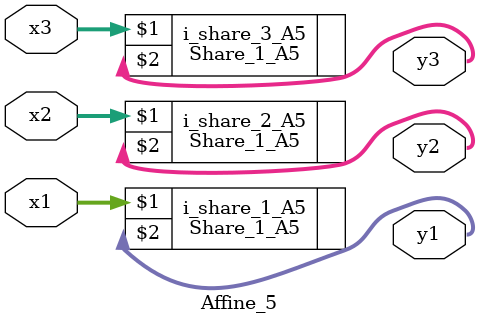
<source format=v>


module Affine_5(
	input wire [3:0] x1,	// one 4-bit input share per A-box
	input wire [3:0] x2,
	input wire [3:0] x3,
	output wire [3:0] y1,	// one 4-bit output share per A-box
	output wire [3:0] y2,
	output wire [3:0] y3
);

Share_1_A5 i_share_1_A5 (x1, y1);
Share_1_A5 i_share_2_A5 (x2, y2);
Share_1_A5 i_share_3_A5 (x3, y3);

endmodule 
</source>
